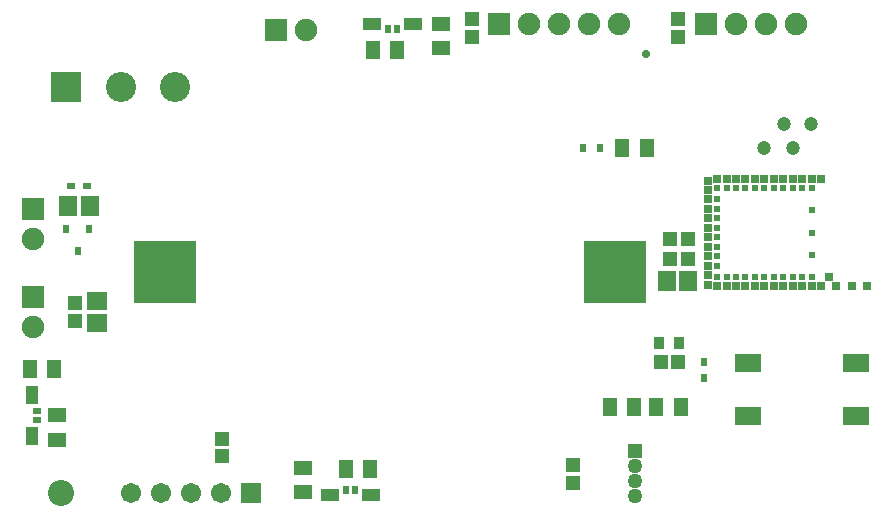
<source format=gts>
G04*
G04 #@! TF.GenerationSoftware,Altium Limited,Altium Designer,20.1.14 (287)*
G04*
G04 Layer_Color=8388736*
%FSLAX25Y25*%
%MOIN*%
G70*
G04*
G04 #@! TF.SameCoordinates,90A7C2A2-6745-46E1-82FD-39DD7986B322*
G04*
G04*
G04 #@! TF.FilePolarity,Negative*
G04*
G01*
G75*
%ADD18R,0.02201X0.02850*%
%ADD22R,0.02362X0.03150*%
%ADD26R,0.05900X0.03900*%
%ADD27R,0.01950X0.03100*%
%ADD31R,0.03100X0.01950*%
%ADD32R,0.03900X0.05900*%
%ADD37C,0.08674*%
%ADD38C,0.04737*%
%ADD39R,0.09100X0.06300*%
%ADD40R,0.04737X0.06115*%
%ADD41R,0.03556X0.04343*%
%ADD42R,0.02375X0.02690*%
%ADD43R,0.05918X0.06509*%
%ADD44R,0.04737X0.04737*%
%ADD45R,0.20800X0.20800*%
G04:AMPARAMS|DCode=46|XSize=23.68mil|YSize=23.68mil|CornerRadius=0mil|HoleSize=0mil|Usage=FLASHONLY|Rotation=0.000|XOffset=0mil|YOffset=0mil|HoleType=Round|Shape=RoundedRectangle|*
%AMROUNDEDRECTD46*
21,1,0.02368,0.02368,0,0,0.0*
21,1,0.02368,0.02368,0,0,0.0*
1,1,0.00000,0.01184,-0.01184*
1,1,0.00000,-0.01184,-0.01184*
1,1,0.00000,-0.01184,0.01184*
1,1,0.00000,0.01184,0.01184*
%
%ADD46ROUNDEDRECTD46*%
G04:AMPARAMS|DCode=47|XSize=23.68mil|YSize=23.68mil|CornerRadius=0mil|HoleSize=0mil|Usage=FLASHONLY|Rotation=90.000|XOffset=0mil|YOffset=0mil|HoleType=Round|Shape=RoundedRectangle|*
%AMROUNDEDRECTD47*
21,1,0.02368,0.02368,0,0,90.0*
21,1,0.02368,0.02368,0,0,90.0*
1,1,0.00000,0.01184,0.01184*
1,1,0.00000,0.01184,-0.01184*
1,1,0.00000,-0.01184,-0.01184*
1,1,0.00000,-0.01184,0.01184*
%
%ADD47ROUNDEDRECTD47*%
%ADD48R,0.02368X0.02368*%
%ADD49R,0.02690X0.02375*%
%ADD50R,0.04737X0.04737*%
%ADD51R,0.06509X0.05918*%
%ADD52R,0.06115X0.04737*%
%ADD53C,0.05000*%
%ADD54R,0.05000X0.05000*%
%ADD55R,0.07493X0.07493*%
%ADD56C,0.07493*%
%ADD57R,0.07493X0.07493*%
%ADD58C,0.10052*%
%ADD59R,0.10052X0.10052*%
%ADD60R,0.06706X0.06706*%
%ADD61C,0.06706*%
%ADD62C,0.02800*%
D18*
X26130Y95682D02*
D03*
X18650D02*
D03*
X22390Y88318D02*
D03*
D22*
X196444Y122600D02*
D03*
X190735D02*
D03*
D26*
X120321Y7050D02*
D03*
X106521D02*
D03*
X134290Y163950D02*
D03*
X120490D02*
D03*
D27*
X111846Y8750D02*
D03*
X114996D02*
D03*
X125815Y162250D02*
D03*
X128965D02*
D03*
D31*
X8840Y31925D02*
D03*
Y35075D02*
D03*
D32*
X7140Y40400D02*
D03*
Y26600D02*
D03*
D37*
X16790Y7800D02*
D03*
D38*
X266890Y130600D02*
D03*
X251290Y122800D02*
D03*
X257890Y130600D02*
D03*
X260790Y122800D02*
D03*
D39*
X245840Y33450D02*
D03*
X281740D02*
D03*
X245840Y51150D02*
D03*
X281740D02*
D03*
D40*
X212133Y122600D02*
D03*
X204047D02*
D03*
X199846Y36500D02*
D03*
X207933D02*
D03*
X215347D02*
D03*
X223433D02*
D03*
X14633Y49100D02*
D03*
X6547D02*
D03*
X120846Y155400D02*
D03*
X128933D02*
D03*
X119965Y15600D02*
D03*
X111878D02*
D03*
D41*
X216334Y57700D02*
D03*
X222846D02*
D03*
D42*
X231190Y46102D02*
D03*
Y51298D02*
D03*
D43*
X226039Y78200D02*
D03*
X218740D02*
D03*
X26539Y103500D02*
D03*
X19240D02*
D03*
D44*
X70390Y19938D02*
D03*
Y25662D02*
D03*
X187390Y16862D02*
D03*
Y11138D02*
D03*
X222590Y159819D02*
D03*
Y165543D02*
D03*
X153890Y159819D02*
D03*
Y165543D02*
D03*
X21390Y70862D02*
D03*
Y65138D02*
D03*
D45*
X51390Y81500D02*
D03*
X201390D02*
D03*
D46*
X232444Y92925D02*
D03*
Y83476D02*
D03*
Y111823D02*
D03*
X232444Y108673D02*
D03*
X232444Y105524D02*
D03*
Y102374D02*
D03*
Y99224D02*
D03*
Y96075D02*
D03*
X232444Y89776D02*
D03*
Y86626D02*
D03*
X232444Y80327D02*
D03*
Y77177D02*
D03*
D47*
X272798Y79736D02*
D03*
X267090Y112413D02*
D03*
X235594Y76587D02*
D03*
X263940Y112413D02*
D03*
X260790D02*
D03*
X257641D02*
D03*
X254491D02*
D03*
X251342D02*
D03*
X248192D02*
D03*
X245042D02*
D03*
X241893D02*
D03*
X238743D02*
D03*
X235594D02*
D03*
X238743Y76587D02*
D03*
X241893D02*
D03*
X245042D02*
D03*
X248192D02*
D03*
X251342D02*
D03*
X254491D02*
D03*
X257641Y76587D02*
D03*
X260790Y76587D02*
D03*
X263940D02*
D03*
X267090D02*
D03*
X270239D02*
D03*
Y112413D02*
D03*
X275358Y76587D02*
D03*
X280476D02*
D03*
X285594D02*
D03*
D48*
X267090Y109264D02*
D03*
X235594Y105524D02*
D03*
X238743Y79736D02*
D03*
X263940Y109264D02*
D03*
X260790D02*
D03*
X257641D02*
D03*
X254491D02*
D03*
X251342D02*
D03*
X248192D02*
D03*
X245042D02*
D03*
X241893D02*
D03*
X238743D02*
D03*
X235594D02*
D03*
Y102374D02*
D03*
Y99224D02*
D03*
Y96075D02*
D03*
Y92925D02*
D03*
Y89776D02*
D03*
Y86626D02*
D03*
Y83476D02*
D03*
Y79736D02*
D03*
X241893Y79736D02*
D03*
X245042D02*
D03*
X248192D02*
D03*
X251342D02*
D03*
X254491Y79736D02*
D03*
X257641Y79736D02*
D03*
X260790D02*
D03*
X263940Y79736D02*
D03*
X267090D02*
D03*
Y94500D02*
D03*
Y101882D02*
D03*
Y87118D02*
D03*
D49*
X25488Y110000D02*
D03*
X20291D02*
D03*
D50*
X222452Y51200D02*
D03*
X216728D02*
D03*
X225752Y85800D02*
D03*
X220028D02*
D03*
Y92500D02*
D03*
X225752D02*
D03*
D51*
X28890Y64350D02*
D03*
Y71650D02*
D03*
D52*
X15490Y25457D02*
D03*
Y33543D02*
D03*
X143390Y155857D02*
D03*
Y163943D02*
D03*
X97421Y16143D02*
D03*
Y8057D02*
D03*
D53*
X208090Y11600D02*
D03*
Y6600D02*
D03*
Y16600D02*
D03*
D54*
Y21600D02*
D03*
D55*
X7390Y102500D02*
D03*
Y73000D02*
D03*
D56*
Y92500D02*
D03*
X172890Y164000D02*
D03*
X182890D02*
D03*
X192890D02*
D03*
X202890D02*
D03*
X241890D02*
D03*
X251890D02*
D03*
X261890D02*
D03*
X98490Y162000D02*
D03*
X7390Y63000D02*
D03*
D57*
X162890Y164000D02*
D03*
X231890D02*
D03*
X88490Y162000D02*
D03*
D58*
X54890Y143000D02*
D03*
X36779D02*
D03*
D59*
X18669D02*
D03*
D60*
X80090Y7700D02*
D03*
D61*
X70090Y7700D02*
D03*
X60090Y7700D02*
D03*
X50090D02*
D03*
X40090Y7700D02*
D03*
D62*
X211990Y154000D02*
D03*
M02*

</source>
